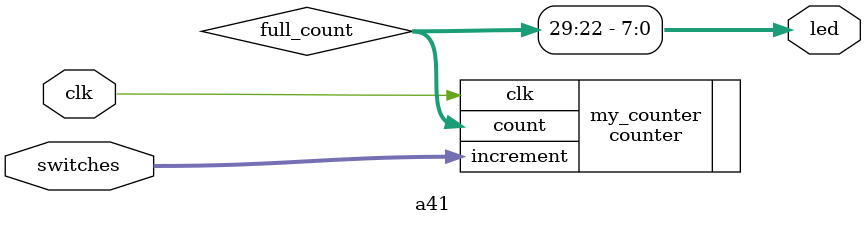
<source format=v>
module a41(input clk, input [7:0] switches, output [7:0] led);

	wire [31:0] full_count;
	counter #(.width(32)) my_counter(.clk(clk), .increment(switches), .count(full_count));
	assign led[7:0] = full_count[29:22];

endmodule

</source>
